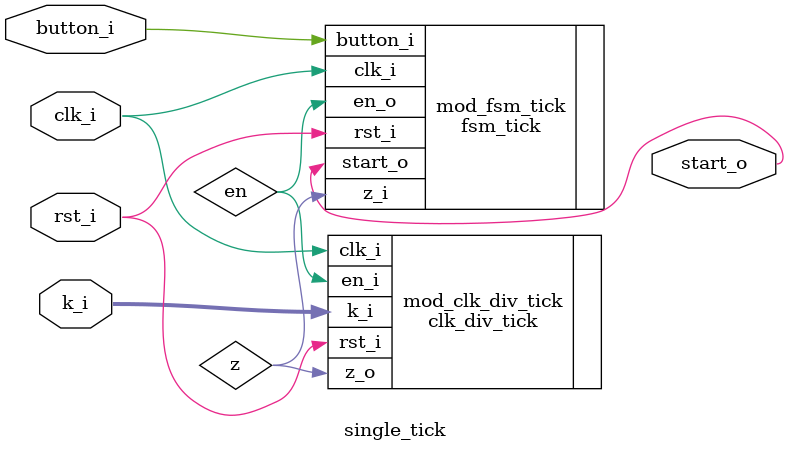
<source format=v>

module single_tick (
  input         rst_i,
  input         clk_i,
  input  [29:0] k_i,
  input         button_i,
  output        start_o
);

  wire z, en;

  clk_div_tick #(.Width(30)) mod_clk_div_tick (
    .rst_i(rst_i),
    .clk_i(clk_i),
    .en_i(en),
    .k_i(k_i),
    .z_o(z)
  );

  fsm_tick mod_fsm_tick (
    .rst_i(rst_i),
    .clk_i(clk_i),
    .button_i(button_i),
    .z_i(z),
    .start_o(start_o),
    .en_o(en)
  );

endmodule
</source>
